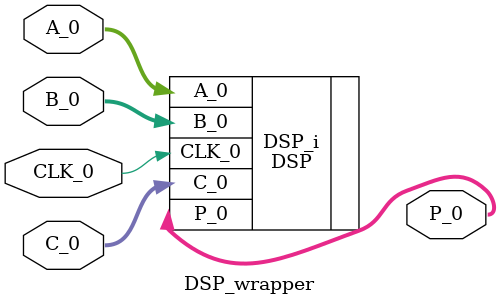
<source format=v>
`timescale 1 ps / 1 ps

module DSP_wrapper
   (A_0,
    B_0,
    CLK_0,
    C_0,
    P_0);
  input [15:0]A_0;
  input [15:0]B_0;
  input CLK_0;
  input [15:0]C_0;
  output [32:0]P_0;

  wire [15:0]A_0;
  wire [15:0]B_0;
  wire CLK_0;
  wire [15:0]C_0;
  wire [32:0]P_0;

  DSP DSP_i
       (.A_0(A_0),
        .B_0(B_0),
        .CLK_0(CLK_0),
        .C_0(C_0),
        .P_0(P_0));
endmodule

</source>
